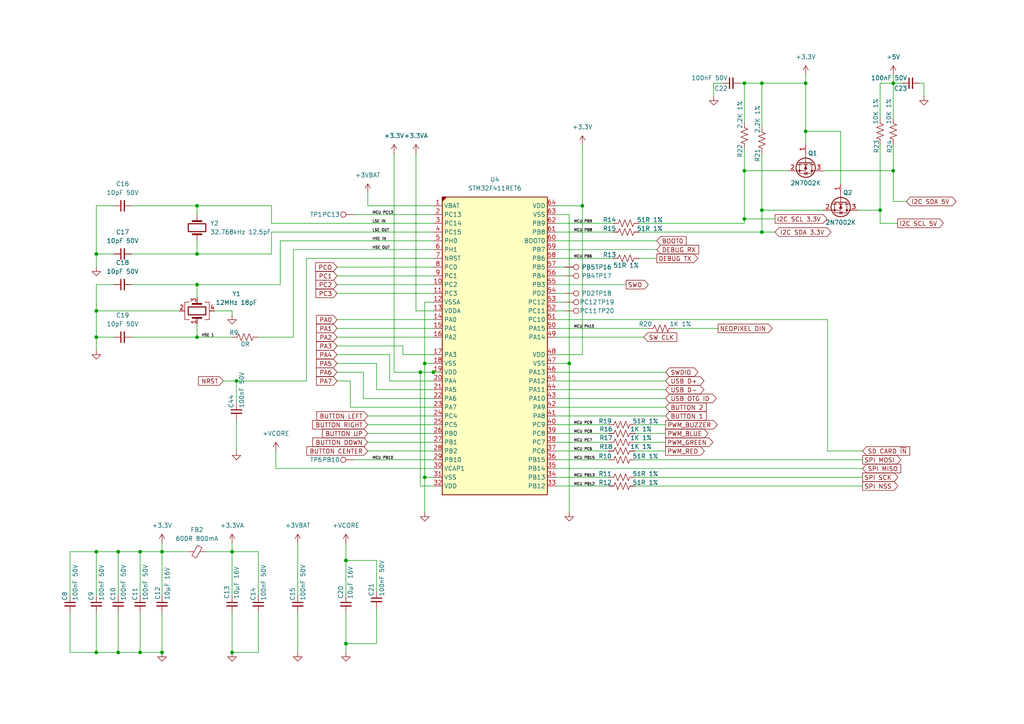
<source format=kicad_sch>
(kicad_sch (version 20231120) (generator "eeschema") (generator_version "8.0")
  (paper "A4")
  (junction (at 27.94 160.02))
  (junction (at 168.91 59.69))
  (junction (at 220.98 67.31))
  (junction (at 57.15 97.79))
  (junction (at 40.64 160.02))
  (junction (at 255.27 60.96))
  (junction (at 67.31 189.23))
  (junction (at 67.31 160.02))
  (junction (at 34.29 160.02))
  (junction (at 100.33 186.69))
  (junction (at 46.99 189.23))
  (junction (at 57.15 82.55))
  (junction (at 215.9 24.13))
  (junction (at 40.64 189.23))
  (junction (at 123.19 105.41))
  (junction (at 220.98 24.13))
  (junction (at 123.19 138.43))
  (junction (at 34.29 189.23))
  (junction (at 233.68 38.1))
  (junction (at 100.33 162.56))
  (junction (at 57.15 59.69))
  (junction (at 165.1 105.41))
  (junction (at 220.98 60.96))
  (junction (at 27.94 189.23))
  (junction (at 125.73 107.95))
  (junction (at 27.94 97.79))
  (junction (at 215.9 49.53))
  (junction (at 121.92 107.95))
  (junction (at 68.58 110.49))
  (junction (at 27.94 73.66))
  (junction (at 57.15 73.66))
  (junction (at 259.08 49.53))
  (junction (at 27.94 90.17))
  (junction (at 259.08 24.13))
  (junction (at 233.68 24.13))
  (junction (at 46.99 160.02))
  (junction (at 215.9 63.5))
  (wire (pts (xy 240.03 130.81) (xy 240.03 92.71)))
  (wire (pts (xy 106.68 59.69) (xy 106.68 55.88)))
  (wire (pts (xy 209.55 24.13) (xy 207.01 24.13)))
  (wire (pts (xy 33.02 82.55) (xy 27.94 82.55)))
  (wire (pts (xy 113.03 102.87) (xy 97.79 102.87)))
  (wire (pts (xy 161.29 115.57) (xy 193.04 115.57)))
  (wire (pts (xy 165.1 105.41) (xy 165.1 148.59)))
  (wire (pts (xy 46.99 160.02) (xy 54.61 160.02)))
  (wire (pts (xy 97.79 97.79) (xy 125.73 97.79)))
  (wire (pts (xy 38.1 82.55) (xy 57.15 82.55)))
  (wire (pts (xy 125.73 107.95) (xy 127 107.95)))
  (wire (pts (xy 97.79 82.55) (xy 125.73 82.55)))
  (wire (pts (xy 125.73 138.43) (xy 123.19 138.43)))
  (wire (pts (xy 248.92 60.96) (xy 255.27 60.96)))
  (wire (pts (xy 220.98 44.45) (xy 220.98 60.96)))
  (wire (pts (xy 27.94 160.02) (xy 34.29 160.02)))
  (wire (pts (xy 185.42 74.93) (xy 190.5 74.93)))
  (wire (pts (xy 161.29 123.19) (xy 176.53 123.19)))
  (wire (pts (xy 161.29 72.39) (xy 190.5 72.39)))
  (wire (pts (xy 123.19 105.41) (xy 125.73 105.41)))
  (wire (pts (xy 114.3 44.45) (xy 114.3 107.95)))
  (wire (pts (xy 161.29 82.55) (xy 181.61 82.55)))
  (wire (pts (xy 215.9 63.5) (xy 224.79 63.5)))
  (wire (pts (xy 125.73 102.87) (xy 116.84 102.87)))
  (wire (pts (xy 27.94 160.02) (xy 27.94 172.72)))
  (wire (pts (xy 97.79 92.71) (xy 125.73 92.71)))
  (wire (pts (xy 161.29 67.31) (xy 177.8 67.31)))
  (wire (pts (xy 67.31 91.44) (xy 67.31 90.17)))
  (wire (pts (xy 106.68 123.19) (xy 125.73 123.19)))
  (wire (pts (xy 57.15 82.55) (xy 57.15 86.36)))
  (wire (pts (xy 259.08 58.42) (xy 262.89 58.42)))
  (wire (pts (xy 106.68 120.65) (xy 125.73 120.65)))
  (wire (pts (xy 86.36 157.48) (xy 86.36 172.72)))
  (wire (pts (xy 97.79 85.09) (xy 125.73 85.09)))
  (wire (pts (xy 163.83 90.17) (xy 161.29 90.17)))
  (wire (pts (xy 255.27 34.29) (xy 255.27 24.13)))
  (wire (pts (xy 34.29 189.23) (xy 40.64 189.23)))
  (wire (pts (xy 74.93 160.02) (xy 67.31 160.02)))
  (wire (pts (xy 85.09 72.39) (xy 125.73 72.39)))
  (wire (pts (xy 243.84 38.1) (xy 233.68 38.1)))
  (wire (pts (xy 27.94 177.8) (xy 27.94 189.23)))
  (wire (pts (xy 161.29 105.41) (xy 165.1 105.41)))
  (wire (pts (xy 100.33 162.56) (xy 109.22 162.56)))
  (wire (pts (xy 207.01 24.13) (xy 207.01 27.94)))
  (wire (pts (xy 233.68 21.59) (xy 233.68 24.13)))
  (wire (pts (xy 80.01 135.89) (xy 80.01 130.81)))
  (wire (pts (xy 243.84 53.34) (xy 243.84 38.1)))
  (wire (pts (xy 123.19 138.43) (xy 123.19 148.59)))
  (wire (pts (xy 259.08 49.53) (xy 259.08 58.42)))
  (wire (pts (xy 195.58 95.25) (xy 208.28 95.25)))
  (wire (pts (xy 125.73 69.85) (xy 81.28 69.85)))
  (wire (pts (xy 97.79 77.47) (xy 125.73 77.47)))
  (wire (pts (xy 123.19 105.41) (xy 123.19 138.43)))
  (wire (pts (xy 125.73 67.31) (xy 78.74 67.31)))
  (wire (pts (xy 161.29 59.69) (xy 168.91 59.69)))
  (wire (pts (xy 220.98 67.31) (xy 224.79 67.31)))
  (wire (pts (xy 161.29 110.49) (xy 193.04 110.49)))
  (wire (pts (xy 88.9 110.49) (xy 88.9 74.93)))
  (wire (pts (xy 27.94 90.17) (xy 52.07 90.17)))
  (wire (pts (xy 161.29 62.23) (xy 165.1 62.23)))
  (wire (pts (xy 27.94 73.66) (xy 27.94 77.47)))
  (wire (pts (xy 255.27 60.96) (xy 255.27 64.77)))
  (wire (pts (xy 255.27 24.13) (xy 259.08 24.13)))
  (wire (pts (xy 33.02 59.69) (xy 27.94 59.69)))
  (wire (pts (xy 27.94 73.66) (xy 33.02 73.66)))
  (wire (pts (xy 106.68 128.27) (xy 125.73 128.27)))
  (wire (pts (xy 100.33 186.69) (xy 100.33 189.23)))
  (wire (pts (xy 81.28 69.85) (xy 81.28 82.55)))
  (wire (pts (xy 259.08 21.59) (xy 259.08 24.13)))
  (wire (pts (xy 113.03 110.49) (xy 113.03 102.87)))
  (wire (pts (xy 161.29 64.77) (xy 177.8 64.77)))
  (wire (pts (xy 20.32 160.02) (xy 27.94 160.02)))
  (wire (pts (xy 125.73 110.49) (xy 113.03 110.49)))
  (wire (pts (xy 184.15 140.97) (xy 250.19 140.97)))
  (wire (pts (xy 67.31 160.02) (xy 67.31 172.72)))
  (wire (pts (xy 161.29 140.97) (xy 176.53 140.97)))
  (wire (pts (xy 81.28 82.55) (xy 57.15 82.55)))
  (wire (pts (xy 163.83 80.01) (xy 161.29 80.01)))
  (wire (pts (xy 184.15 123.19) (xy 193.04 123.19)))
  (wire (pts (xy 121.92 107.95) (xy 125.73 107.95)))
  (wire (pts (xy 220.98 60.96) (xy 220.98 67.31)))
  (wire (pts (xy 109.22 171.45) (xy 109.22 162.56)))
  (wire (pts (xy 161.29 97.79) (xy 186.69 97.79)))
  (wire (pts (xy 238.76 60.96) (xy 220.98 60.96)))
  (wire (pts (xy 163.83 87.63) (xy 161.29 87.63)))
  (wire (pts (xy 184.15 138.43) (xy 250.19 138.43)))
  (wire (pts (xy 27.94 97.79) (xy 33.02 97.79)))
  (wire (pts (xy 215.9 63.5) (xy 215.9 64.77)))
  (wire (pts (xy 85.09 97.79) (xy 85.09 72.39)))
  (wire (pts (xy 161.29 107.95) (xy 193.04 107.95)))
  (wire (pts (xy 74.93 189.23) (xy 67.31 189.23)))
  (wire (pts (xy 67.31 177.8) (xy 67.31 189.23)))
  (wire (pts (xy 161.29 125.73) (xy 176.53 125.73)))
  (wire (pts (xy 123.19 87.63) (xy 123.19 105.41)))
  (wire (pts (xy 57.15 97.79) (xy 67.31 97.79)))
  (wire (pts (xy 105.41 115.57) (xy 105.41 107.95)))
  (wire (pts (xy 78.74 64.77) (xy 78.74 59.69)))
  (wire (pts (xy 109.22 176.53) (xy 109.22 186.69)))
  (wire (pts (xy 34.29 160.02) (xy 34.29 172.72)))
  (wire (pts (xy 20.32 189.23) (xy 27.94 189.23)))
  (wire (pts (xy 106.68 125.73) (xy 125.73 125.73)))
  (wire (pts (xy 102.87 62.23) (xy 125.73 62.23)))
  (wire (pts (xy 255.27 41.91) (xy 255.27 60.96)))
  (wire (pts (xy 101.6 118.11) (xy 101.6 110.49)))
  (wire (pts (xy 176.53 133.35) (xy 161.29 133.35)))
  (wire (pts (xy 215.9 43.18) (xy 215.9 49.53)))
  (wire (pts (xy 215.9 35.56) (xy 215.9 24.13)))
  (wire (pts (xy 120.65 90.17) (xy 120.65 44.45)))
  (wire (pts (xy 46.99 160.02) (xy 46.99 172.72)))
  (wire (pts (xy 259.08 24.13) (xy 261.62 24.13)))
  (wire (pts (xy 125.73 90.17) (xy 120.65 90.17)))
  (wire (pts (xy 97.79 95.25) (xy 125.73 95.25)))
  (wire (pts (xy 267.97 24.13) (xy 267.97 27.94)))
  (wire (pts (xy 184.15 125.73) (xy 193.04 125.73)))
  (wire (pts (xy 78.74 67.31) (xy 78.74 73.66)))
  (wire (pts (xy 161.29 74.93) (xy 177.8 74.93)))
  (wire (pts (xy 88.9 74.93) (xy 125.73 74.93)))
  (wire (pts (xy 74.93 177.8) (xy 74.93 189.23)))
  (wire (pts (xy 38.1 73.66) (xy 57.15 73.66)))
  (wire (pts (xy 40.64 160.02) (xy 40.64 172.72)))
  (wire (pts (xy 57.15 59.69) (xy 57.15 62.23)))
  (wire (pts (xy 97.79 107.95) (xy 105.41 107.95)))
  (wire (pts (xy 125.73 59.69) (xy 106.68 59.69)))
  (wire (pts (xy 161.29 92.71) (xy 240.03 92.71)))
  (wire (pts (xy 215.9 64.77) (xy 185.42 64.77)))
  (wire (pts (xy 74.93 97.79) (xy 85.09 97.79)))
  (wire (pts (xy 266.7 24.13) (xy 267.97 24.13)))
  (wire (pts (xy 20.32 160.02) (xy 20.32 172.72)))
  (wire (pts (xy 259.08 41.91) (xy 259.08 49.53)))
  (wire (pts (xy 101.6 110.49) (xy 97.79 110.49)))
  (wire (pts (xy 161.29 69.85) (xy 190.5 69.85)))
  (wire (pts (xy 46.99 177.8) (xy 46.99 189.23)))
  (wire (pts (xy 220.98 24.13) (xy 233.68 24.13)))
  (wire (pts (xy 185.42 67.31) (xy 220.98 67.31)))
  (wire (pts (xy 38.1 59.69) (xy 57.15 59.69)))
  (wire (pts (xy 68.58 121.92) (xy 68.58 130.81)))
  (wire (pts (xy 116.84 102.87) (xy 116.84 100.33)))
  (wire (pts (xy 67.31 157.48) (xy 67.31 160.02)))
  (wire (pts (xy 62.23 90.17) (xy 67.31 90.17)))
  (wire (pts (xy 161.29 102.87) (xy 168.91 102.87)))
  (wire (pts (xy 125.73 118.11) (xy 101.6 118.11)))
  (wire (pts (xy 106.68 130.81) (xy 125.73 130.81)))
  (wire (pts (xy 27.94 189.23) (xy 34.29 189.23)))
  (wire (pts (xy 168.91 59.69) (xy 168.91 41.91)))
  (wire (pts (xy 238.76 49.53) (xy 259.08 49.53)))
  (wire (pts (xy 121.92 107.95) (xy 121.92 140.97)))
  (wire (pts (xy 161.29 120.65) (xy 193.04 120.65)))
  (wire (pts (xy 59.69 160.02) (xy 67.31 160.02)))
  (wire (pts (xy 116.84 100.33) (xy 97.79 100.33)))
  (wire (pts (xy 40.64 160.02) (xy 46.99 160.02)))
  (wire (pts (xy 125.73 87.63) (xy 123.19 87.63)))
  (wire (pts (xy 68.58 110.49) (xy 88.9 110.49)))
  (wire (pts (xy 161.29 118.11) (xy 193.04 118.11)))
  (wire (pts (xy 46.99 189.23) (xy 40.64 189.23)))
  (wire (pts (xy 161.29 130.81) (xy 176.53 130.81)))
  (wire (pts (xy 27.94 59.69) (xy 27.94 73.66)))
  (wire (pts (xy 161.29 138.43) (xy 176.53 138.43)))
  (wire (pts (xy 27.94 97.79) (xy 27.94 101.6)))
  (wire (pts (xy 20.32 177.8) (xy 20.32 189.23)))
  (wire (pts (xy 100.33 157.48) (xy 100.33 162.56)))
  (wire (pts (xy 215.9 24.13) (xy 220.98 24.13)))
  (wire (pts (xy 27.94 82.55) (xy 27.94 90.17)))
  (wire (pts (xy 80.01 135.89) (xy 125.73 135.89)))
  (wire (pts (xy 125.73 64.77) (xy 78.74 64.77)))
  (wire (pts (xy 125.73 115.57) (xy 105.41 115.57)))
  (wire (pts (xy 74.93 172.72) (xy 74.93 160.02)))
  (wire (pts (xy 125.73 140.97) (xy 121.92 140.97)))
  (wire (pts (xy 100.33 162.56) (xy 100.33 172.72)))
  (wire (pts (xy 64.77 110.49) (xy 68.58 110.49)))
  (wire (pts (xy 161.29 113.03) (xy 193.04 113.03)))
  (wire (pts (xy 163.83 85.09) (xy 161.29 85.09)))
  (wire (pts (xy 109.22 186.69) (xy 100.33 186.69)))
  (wire (pts (xy 233.68 38.1) (xy 233.68 41.91)))
  (wire (pts (xy 102.87 133.35) (xy 125.73 133.35)))
  (wire (pts (xy 215.9 49.53) (xy 228.6 49.53)))
  (wire (pts (xy 214.63 24.13) (xy 215.9 24.13)))
  (wire (pts (xy 215.9 49.53) (xy 215.9 63.5)))
  (wire (pts (xy 184.15 130.81) (xy 193.04 130.81)))
  (wire (pts (xy 34.29 160.02) (xy 40.64 160.02)))
  (wire (pts (xy 34.29 177.8) (xy 34.29 189.23)))
  (wire (pts (xy 184.15 128.27) (xy 193.04 128.27)))
  (wire (pts (xy 78.74 73.66) (xy 57.15 73.66)))
  (wire (pts (xy 161.29 135.89) (xy 250.19 135.89)))
  (wire (pts (xy 161.29 95.25) (xy 187.96 95.25)))
  (wire (pts (xy 109.22 113.03) (xy 109.22 105.41)))
  (wire (pts (xy 168.91 102.87) (xy 168.91 59.69)))
  (wire (pts (xy 163.83 77.47) (xy 161.29 77.47)))
  (wire (pts (xy 220.98 24.13) (xy 220.98 36.83)))
  (wire (pts (xy 259.08 24.13) (xy 259.08 34.29)))
  (wire (pts (xy 114.3 107.95) (xy 121.92 107.95)))
  (wire (pts (xy 165.1 62.23) (xy 165.1 105.41)))
  (wire (pts (xy 255.27 64.77) (xy 260.35 64.77)))
  (wire (pts (xy 97.79 80.01) (xy 125.73 80.01)))
  (wire (pts (xy 184.15 133.35) (xy 250.19 133.35)))
  (wire (pts (xy 86.36 177.8) (xy 86.36 189.23)))
  (wire (pts (xy 240.03 130.81) (xy 250.19 130.81)))
  (wire (pts (xy 46.99 157.48) (xy 46.99 160.02)))
  (wire (pts (xy 233.68 24.13) (xy 233.68 38.1)))
  (wire (pts (xy 78.74 59.69) (xy 57.15 59.69)))
  (wire (pts (xy 100.33 177.8) (xy 100.33 186.69)))
  (wire (pts (xy 68.58 110.49) (xy 68.58 116.84)))
  (wire (pts (xy 57.15 97.79) (xy 57.15 93.98)))
  (wire (pts (xy 97.79 105.41) (xy 109.22 105.41)))
  (wire (pts (xy 27.94 90.17) (xy 27.94 97.79)))
  (wire (pts (xy 57.15 73.66) (xy 57.15 69.85)))
  (wire (pts (xy 125.73 113.03) (xy 109.22 113.03)))
  (wire (pts (xy 38.1 97.79) (xy 57.15 97.79)))
  (wire (pts (xy 40.64 177.8) (xy 40.64 189.23)))
  (wire (pts (xy 161.29 128.27) (xy 176.53 128.27)))
  (label "HSE OUT" (at 107.95 72.39 0) (effects (font (size 0.762 0.762))))
  (label "MCU PB6" (at 166.37 74.93 0) (effects (font (size 0.762 0.762))))
  (label "HSE 1" (at 58.42 97.79 0) (effects (font (size 0.762 0.762))))
  (label "MCU PC8" (at 166.37 125.73 0) (effects (font (size 0.762 0.762))))
  (label "MCU PB13" (at 166.37 138.43 0) (effects (font (size 0.762 0.762))))
  (label "MCU PB12" (at 166.37 140.97 0) (effects (font (size 0.762 0.762))))
  (label "MCU PC9" (at 166.37 123.19 0) (effects (font (size 0.762 0.762))))
  (label "MCU PB8" (at 166.37 67.31 0) (effects (font (size 0.762 0.762))))
  (label "MCU PC6" (at 166.37 130.81 0) (effects (font (size 0.762 0.762))))
  (label "HSE IN" (at 107.95 69.85 0) (effects (font (size 0.762 0.762))))
  (label "LSE OUT" (at 107.95 67.31 0) (effects (font (size 0.762 0.762))))
  (label "MCU PB9" (at 166.37 64.77 0) (effects (font (size 0.762 0.762))))
  (label "LSE IN" (at 107.95 64.77 0) (effects (font (size 0.762 0.762))))
  (label "MCU PA15" (at 166.37 95.25 0) (effects (font (size 0.762 0.762))))
  (label "MCU PB15" (at 166.37 133.35 0) (effects (font (size 0.762 0.762))))
  (label "MCU PB10" (at 107.95 133.35 0) (effects (font (size 0.762 0.762))))
  (label "MCU PC13" (at 107.95 62.23 0) (effects (font (size 0.762 0.762))))
  (label "MCU PC7" (at 166.37 128.27 0) (effects (font (size 0.762 0.762))))
  (global_label "BOOT0" (shape input) (at 190.5 69.85 0) (property "Intersheetrefs" "${INTERSHEET_REFS}" (effects (hide yes))))
  (global_label "BUTTON 1" (shape input) (at 193.04 120.65 0) (property "Intersheetrefs" "${INTERSHEET_REFS}" (effects (hide yes))))
  (global_label "PWM_GREEN" (shape output) (at 193.04 128.27 0) (property "Intersheetrefs" "${INTERSHEET_REFS}" (effects (hide yes))))
  (global_label "PWM_BUZZER" (shape output) (at 193.04 123.19 0) (property "Intersheetrefs" "${INTERSHEET_REFS}" (effects (hide yes))))
  (global_label "SWDIO" (shape bidirectional) (at 193.04 107.95 0) (property "Intersheetrefs" "${INTERSHEET_REFS}" (effects (hide yes))))
  (global_label "PA3" (shape input) (at 97.79 100.33 180) (property "Intersheetrefs" "${INTERSHEET_REFS}" (effects (hide yes))))
  (global_label "SPI NSS" (shape output) (at 250.19 140.97 0) (property "Intersheetrefs" "${INTERSHEET_REFS}" (effects (hide yes))))
  (global_label "SPI SCK" (shape output) (at 250.19 138.43 0) (property "Intersheetrefs" "${INTERSHEET_REFS}" (effects (hide yes))))
  (global_label "USB OTG ID" (shape bidirectional) (at 193.04 115.57 0) (property "Intersheetrefs" "${INTERSHEET_REFS}" (effects (hide yes))))
  (global_label "USB D+" (shape bidirectional) (at 193.04 110.49 0) (property "Intersheetrefs" "${INTERSHEET_REFS}" (effects (hide yes))))
  (global_label "PC3" (shape input) (at 97.79 85.09 180) (property "Intersheetrefs" "${INTERSHEET_REFS}" (effects (hide yes))))
  (global_label "PA5" (shape input) (at 97.79 105.41 180) (property "Intersheetrefs" "${INTERSHEET_REFS}" (effects (hide yes))))
  (global_label "PA7" (shape input) (at 97.79 110.49 180) (property "Intersheetrefs" "${INTERSHEET_REFS}" (effects (hide yes))))
  (global_label "PA4" (shape input) (at 97.79 102.87 180) (property "Intersheetrefs" "${INTERSHEET_REFS}" (effects (hide yes))))
  (global_label "SW CLK" (shape input) (at 186.69 97.79 0) (property "Intersheetrefs" "${INTERSHEET_REFS}" (effects (hide yes))))
  (global_label "SD CARD ~{IN}" (shape input) (at 250.19 130.81 0) (property "Intersheetrefs" "${INTERSHEET_REFS}" (effects (hide yes))))
  (global_label "DEBUG TX" (shape output) (at 190.5 74.93 0) (property "Intersheetrefs" "${INTERSHEET_REFS}" (effects (hide yes))))
  (global_label "PA2" (shape input) (at 97.79 97.79 180) (property "Intersheetrefs" "${INTERSHEET_REFS}" (effects (hide yes))))
  (global_label "BUTTON LEFT" (shape input) (at 106.68 120.65 180) (property "Intersheetrefs" "${INTERSHEET_REFS}" (effects (hide yes))))
  (global_label "PWM_RED" (shape output) (at 193.04 130.81 0) (property "Intersheetrefs" "${INTERSHEET_REFS}" (effects (hide yes))))
  (global_label "I2C SDA 3.3V" (shape bidirectional) (at 224.79 67.31 0) (property "Intersheetrefs" "${INTERSHEET_REFS}" (effects (hide yes))))
  (global_label "BUTTON RIGHT" (shape input) (at 106.68 123.19 180) (property "Intersheetrefs" "${INTERSHEET_REFS}" (effects (hide yes))))
  (global_label "BUTTON UP" (shape input) (at 106.68 125.73 180) (property "Intersheetrefs" "${INTERSHEET_REFS}" (effects (hide yes))))
  (global_label "PWM_BLUE" (shape output) (at 193.04 125.73 0) (property "Intersheetrefs" "${INTERSHEET_REFS}" (effects (hide yes))))
  (global_label "SPI MOSI" (shape output) (at 250.19 133.35 0) (property "Intersheetrefs" "${INTERSHEET_REFS}" (effects (hide yes))))
  (global_label "NRST" (shape input) (at 64.77 110.49 180) (property "Intersheetrefs" "${INTERSHEET_REFS}" (effects (hide yes))))
  (global_label "DEBUG RX" (shape input) (at 190.5 72.39 0) (property "Intersheetrefs" "${INTERSHEET_REFS}" (effects (hide yes))))
  (global_label "BUTTON CENTER" (shape input) (at 106.68 130.81 180) (property "Intersheetrefs" "${INTERSHEET_REFS}" (effects (hide yes))))
  (global_label "I2C SCL 5V" (shape output) (at 260.35 64.77 0) (property "Intersheetrefs" "${INTERSHEET_REFS}" (effects (hide yes))))
  (global_label "PCO" (shape input) (at 97.79 77.47 180) (property "Intersheetrefs" "${INTERSHEET_REFS}" (effects (hide yes))))
  (global_label "I2C SDA 5V" (shape bidirectional) (at 262.89 58.42 0) (property "Intersheetrefs" "${INTERSHEET_REFS}" (effects (hide yes))))
  (global_label "PA0" (shape input) (at 97.79 92.71 180) (property "Intersheetrefs" "${INTERSHEET_REFS}" (effects (hide yes))))
  (global_label "BUTTON DOWN" (shape input) (at 106.68 128.27 180) (property "Intersheetrefs" "${INTERSHEET_REFS}" (effects (hide yes))))
  (global_label "PA1" (shape input) (at 97.79 95.25 180) (property "Intersheetrefs" "${INTERSHEET_REFS}" (effects (hide yes))))
  (global_label "PC1" (shape input) (at 97.79 80.01 180) (property "Intersheetrefs" "${INTERSHEET_REFS}" (effects (hide yes))))
  (global_label "I2C SCL 3.3V" (shape output) (at 224.79 63.5 0) (property "Intersheetrefs" "${INTERSHEET_REFS}" (effects (hide yes))))
  (global_label "BUTTON 2" (shape input) (at 193.04 118.11 0) (property "Intersheetrefs" "${INTERSHEET_REFS}" (effects (hide yes))))
  (global_label "SPI MISO" (shape input) (at 250.19 135.89 0) (property "Intersheetrefs" "${INTERSHEET_REFS}" (effects (hide yes))))
  (global_label "SWO" (shape output) (at 181.61 82.55 0) (property "Intersheetrefs" "${INTERSHEET_REFS}" (effects (hide yes))))
  (global_label "PA6" (shape input) (at 97.79 107.95 180) (property "Intersheetrefs" "${INTERSHEET_REFS}" (effects (hide yes))))
  (global_label "NEOPIXEL DIN" (shape output) (at 208.28 95.25 0) (property "Intersheetrefs" "${INTERSHEET_REFS}" (effects (hide yes))))
  (global_label "PC2" (shape input) (at 97.79 82.55 180) (property "Intersheetrefs" "${INTERSHEET_REFS}" (effects (hide yes))))
  (global_label "USB D-" (shape bidirectional) (at 193.04 113.03 0) (property "Intersheetrefs" "${INTERSHEET_REFS}" (effects (hide yes))))
  (symbol (lib_id "EMBARCADOS_-_CURSO_PCB[1]:FB 0603 600R 800mA WÜRTH ELEKTRONIK  742792651") (at 57.15 160.02 90) (unit 1)
    (property "Reference" "FB2" (at 57.1119 153.67 90))
    (property "Value" "600R 800mA" (at 57.1119 156.21 90))
    (property "Footprint" "EMBARCADOS - CURSO PCB:L_0603_1608Metric" (effects (hide yes)))
    (property "Datasheet" "https://www.we-online.com/components/products/datasheet/742792651.pdf" (effects (hide yes)))
    (property "Description" "Ferrite bead, small symbol" (effects (hide yes)))
    (property "MPN" "742792651 " (effects (hide yes)))
    (property "Manufacturer" "WÜRTH ELEKTRONIK " (effects (hide yes)))
    (property "3D Model" "KiCad" (effects (hide yes)))
    (property "Notes" "-" (effects (hide yes)))
    (property "LCSC Part # " "C963865 " (effects (hide yes)))
    (property "LCSC MPN " "ACMS160808A1213A " (effects (hide yes)))
    (property "LCSC MANUFACTURER " "HYHONGYEX " (effects (hide yes)))
  )
  (symbol (lib_id "EMBARCADOS_-_CURSO_PCB[1]:POWER GND") (at 165.1 148.59 0) (unit 1)
    (property "Reference" "#PWR034" (effects (hide yes)))
    (property "Value" "GND" (effects (hide yes)))
    (property "Description" "Power symbol creates a global label with name \"GND\" , ground" (effects (hide yes)))
  )
  (symbol (lib_id "EMBARCADOS_-_CURSO_PCB[1]:+5V") (at 80.01 130.81 0) (unit 1)
    (property "Reference" "#PWR043" (effects (hide yes)))
    (property "Value" "+VCORE" (at 80.01 125.73 0))
    (property "Description" "Power symbol creates a global label with name \"+5V\"" (effects (hide yes)))
  )
  (symbol (lib_id "EMBARCADOS_-_CURSO_PCB[1]:RES 0603 1K 1% VISHAY CRCW06031K00FK ") (at 191.77 95.25 90) (unit 1)
    (property "Reference" "R20" (at 187.198 93.98 90))
    (property "Value" "1K 1%" (at 197.358 93.98 90))
    (property "Footprint" "EMBARCADOS - CURSO PCB:R_0603_1608Metric" (effects (hide yes)))
    (property "Datasheet" "https://www.we-online.com/components/products/datasheet/61300411821.pdf" (effects (hide yes)))
    (property "Description" "RES 0603 1K 1% VISHAY" (effects (hide yes)))
    (property "MPN" "CRCW06031K00FK " (effects (hide yes)))
    (property "Manufacturer" "VISHAY " (effects (hide yes)))
    (property "3D Model" "KiCad" (effects (hide yes)))
    (property "Notes" "-" (effects (hide yes)))
    (property "LCSC Part # " "C21190 " (effects (hide yes)))
    (property "LCSC MPN " "0603WAF1001T5E " (effects (hide yes)))
    (property "LCSC MANUFACTURER " "UNI-ROYAL " (effects (hide yes)))
  )
  (symbol (lib_id "EMBARCADOS_-_CURSO_PCB[1]:RES 0603 0R VISHAY CRCW06030000Z0") (at 71.12 97.79 90) (unit 1)
    (property "Reference" "R9" (at 67.818 96.52 90))
    (property "Value" "0R" (at 71.12 99.822 90))
    (property "Footprint" "EMBARCADOS - CURSO PCB:R_0603_1608Metric" (effects (hide yes)))
    (property "Datasheet" "https://www.we-online.com/components/products/datasheet/61300411821.pdf" (effects (hide yes)))
    (property "Description" "RES 0603 0R VISHAY" (effects (hide yes)))
    (property "MPN" "CRCW06030000Z0 " (effects (hide yes)))
    (property "Manufacturer" "VISHAY " (effects (hide yes)))
    (property "3D Model" "KiCad" (effects (hide yes)))
    (property "Notes" "-" (effects (hide yes)))
    (property "LCSC Part # " "C21189 " (effects (hide yes)))
    (property "LCSC MPN " "0603WAF0000T5E " (effects (hide yes)))
    (property "LCSC MANUFACTURER " "UNI-ROYAL " (effects (hide yes)))
  )
  (symbol (lib_id "EMBARCADOS_-_CURSO_PCB[1]:CAP 0603 100nF 50V AVX KGM15BR71H104K ") (at 27.94 175.26 0) (unit 1)
    (property "Reference" "C9" (at 26.416 174.244 90) (effects (justify left)))
    (property "Value" "100nF 50V" (at 29.464 174.244 90) (effects (justify left)))
    (property "Footprint" "EMBARCADOS - CURSO PCB:C_0603_1608Metric" (effects (hide yes)))
    (property "Datasheet" "https://datasheets.kyocera-avx.com/KGM_X7R.pdf" (effects (hide yes)))
    (property "Description" "CAP 0603 100nF 50V AVX" (effects (hide yes)))
    (property "MPN" "KGM15BR71H104K " (effects (hide yes)))
    (property "Manufacturer" "KYOCERA/AVX " (effects (hide yes)))
    (property "3D Model" "KiCad" (effects (hide yes)))
    (property "Notes" "-" (effects (hide yes)))
    (property "LCSC Part # " "C14663 " (effects (hide yes)))
    (property "LCSC MPN " "CC0603KRX7R9BB104 " (effects (hide yes)))
    (property "LCSC MANUFACTURER " "YAGEO " (effects (hide yes)))
  )
  (symbol (lib_id "EMBARCADOS_-_CURSO_PCB[1]:AUX TEST POINT") (at 163.83 77.47 270) (mirror x) (unit 1)
    (property "Reference" "TP16" (at 175.006 77.47 90))
    (property "Value" "PB5" (at 170.688 77.47 90))
    (property "Footprint" "EMBARCADOS - CURSO PCB:TestPoint_Keystone_5000-5004_Miniature" (effects (hide yes)))
    (property "Description" "test point" (effects (hide yes)))
  )
  (symbol (lib_id "EMBARCADOS_-_CURSO_PCB[1]:AUX TEST POINT") (at 163.83 80.01 270) (mirror x) (unit 1)
    (property "Reference" "TP17" (at 175.006 80.01 90))
    (property "Value" "PB4" (at 170.688 80.01 90))
    (property "Footprint" "EMBARCADOS - CURSO PCB:TestPoint_Keystone_5000-5004_Miniature" (effects (hide yes)))
    (property "Description" "test point" (effects (hide yes)))
  )
  (symbol (lib_id "EMBARCADOS_-_CURSO_PCB[1]:POWER GND") (at 67.31 189.23 0) (unit 1)
    (property "Reference" "#PWR038" (effects (hide yes)))
    (property "Value" "GND" (effects (hide yes)))
    (property "Description" "Power symbol creates a global label with name \"GND\" , ground" (effects (hide yes)))
  )
  (symbol (lib_id "EMBARCADOS_-_CURSO_PCB[1]:CAP 0603 10pF 50V AVX KGM15ACG1H100G") (at 35.56 97.79 90) (unit 1)
    (property "Reference" "C19" (at 35.5663 91.44 90))
    (property "Value" "10pF 50V" (at 35.5663 93.98 90))
    (property "Footprint" "EMBARCADOS - CURSO PCB:C_0603_1608Metric" (effects (hide yes)))
    (property "Datasheet" "https://datasheets.kyocera-avx.com/C0GNP0-KGM.pdf" (effects (hide yes)))
    (property "Description" "CAP 0603 10pF 50V AVX" (effects (hide yes)))
    (property "MPN" "KGM15ACG1H100G " (effects (hide yes)))
    (property "Manufacturer" "KYOCERA/AVX " (effects (hide yes)))
    (property "3D Model" "KiCad" (effects (hide yes)))
    (property "Notes" "-" (effects (hide yes)))
    (property "LCSC Part # " "C1634 " (effects (hide yes)))
    (property "LCSC MPN " "CL10C100JB8NNNC " (effects (hide yes)))
    (property "LCSC MANUFACTURER " "SAMSUNG " (effects (hide yes)))
  )
  (symbol (lib_id "EMBARCADOS_-_CURSO_PCB[1]:CAP 0603 10pF 50V AVX KGM15ACG1H100G") (at 35.56 82.55 90) (unit 1)
    (property "Reference" "C18" (at 35.5663 76.2 90))
    (property "Value" "10pF 50V" (at 35.5663 78.74 90))
    (property "Footprint" "EMBARCADOS - CURSO PCB:C_0603_1608Metric" (effects (hide yes)))
    (property "Datasheet" "https://datasheets.kyocera-avx.com/C0GNP0-KGM.pdf" (effects (hide yes)))
    (property "Description" "CAP 0603 10pF 50V AVX" (effects (hide yes)))
    (property "MPN" "KGM15ACG1H100G " (effects (hide yes)))
    (property "Manufacturer" "KYOCERA/AVX " (effects (hide yes)))
    (property "3D Model" "KiCad" (effects (hide yes)))
    (property "Notes" "-" (effects (hide yes)))
    (property "LCSC Part # " "C1634 " (effects (hide yes)))
    (property "LCSC MPN " "CL10C100JB8NNNC " (effects (hide yes)))
    (property "LCSC MANUFACTURER " "SAMSUNG " (effects (hide yes)))
  )
  (symbol (lib_id "EMBARCADOS_-_CURSO_PCB[1]:CAP 0603 100nF 50V AVX KGM15BR71H104K ") (at 20.32 175.26 0) (unit 1)
    (property "Reference" "C8" (at 18.796 174.244 90) (effects (justify left)))
    (property "Value" "100nF 50V" (at 21.844 174.244 90) (effects (justify left)))
    (property "Footprint" "EMBARCADOS - CURSO PCB:C_0603_1608Metric" (effects (hide yes)))
    (property "Datasheet" "https://datasheets.kyocera-avx.com/KGM_X7R.pdf" (effects (hide yes)))
    (property "Description" "CAP 0603 100nF 50V AVX" (effects (hide yes)))
    (property "MPN" "KGM15BR71H104K " (effects (hide yes)))
    (property "Manufacturer" "KYOCERA/AVX " (effects (hide yes)))
    (property "3D Model" "KiCad" (effects (hide yes)))
    (property "Notes" "-" (effects (hide yes)))
    (property "LCSC Part # " "C14663 " (effects (hide yes)))
    (property "LCSC MPN " "CC0603KRX7R9BB104 " (effects (hide yes)))
    (property "LCSC MANUFACTURER " "YAGEO " (effects (hide yes)))
  )
  (symbol (lib_id "EMBARCADOS_-_CURSO_PCB[1]:CAP 0805 10uF 16V AVX KGM21AR71C106K") (at 67.31 175.26 0) (mirror y) (unit 1)
    (property "Reference" "C13" (at 65.786 173.736 90) (effects (justify left)))
    (property "Value" "10µF 16V" (at 68.58 173.736 90) (effects (justify left)))
    (property "Footprint" "EMBARCADOS - CURSO PCB:C_0805_2012Metric" (effects (hide yes)))
    (property "Datasheet" "https://datasheets.kyocera-avx.com/KGM_X7R.pdf" (effects (hide yes)))
    (property "Description" "CAP 0805 10uF 16V AVX" (effects (hide yes)))
    (property "MPN" "KGM21AR71C106K " (effects (hide yes)))
    (property "Manufacturer" "KYOCERA/AVX " (effects (hide yes)))
    (property "3D Model" "KiCad" (effects (hide yes)))
    (property "Notes" "-" (effects (hide yes)))
    (property "LCSC Part # " "C15850 " (effects (hide yes)))
    (property "LCSC MPN " "CL21A106KAYNNNE " (effects (hide yes)))
    (property "LCSC MANUFACTURER " "SAMSUNG " (effects (hide yes)))
  )
  (symbol (lib_id "EMBARCADOS_-_CURSO_PCB[1]:RES 0603 1K 1% VISHAY CRCW06031K00FK ") (at 180.34 125.73 90) (unit 1)
    (property "Reference" "R16" (at 175.768 124.46 90))
    (property "Value" "1K 1%" (at 185.928 124.46 90))
    (property "Footprint" "EMBARCADOS - CURSO PCB:R_0603_1608Metric" (effects (hide yes)))
    (property "Datasheet" "https://www.we-online.com/components/products/datasheet/61300411821.pdf" (effects (hide yes)))
    (property "Description" "RES 0603 1K 1% VISHAY" (effects (hide yes)))
    (property "MPN" "CRCW06031K00FK " (effects (hide yes)))
    (property "Manufacturer" "VISHAY " (effects (hide yes)))
    (property "3D Model" "KiCad" (effects (hide yes)))
    (property "Notes" "-" (effects (hide yes)))
    (property "LCSC Part # " "C21190 " (effects (hide yes)))
    (property "LCSC MPN " "0603WAF1001T5E " (effects (hide yes)))
    (property "LCSC MANUFACTURER " "UNI-ROYAL " (effects (hide yes)))
  )
  (symbol (lib_id "EMBARCADOS_-_CURSO_PCB[1]:RES 0603 51R 1% VISHAY CRCW060351R0FK ") (at 181.61 64.77 90) (unit 1)
    (property "Reference" "R14" (at 176.784 63.754 90))
    (property "Value" "51R 1%" (at 188.468 63.754 90))
    (property "Footprint" "EMBARCADOS - CURSO PCB:R_0603_1608Metric" (effects (hide yes)))
    (property "Datasheet" "https://www.we-online.com/components/products/datasheet/61300411821.pdf" (effects (hide yes)))
    (property "Description" "RES 0603 51R 1% VISHAY" (effects (hide yes)))
    (property "MPN" "CRCW060351R0FK " (effects (hide yes)))
    (property "Manufacturer" "VISHAY " (effects (hide yes)))
    (property "3D Model" "KiCad" (effects (hide yes)))
    (property "Notes" "-" (effects (hide yes)))
    (property "LCSC Part # " "C23197 " (effects (hide yes)))
    (property "LCSC MPN " "0603WAF510JT5E " (effects (hide yes)))
    (property "LCSC MANUFACTURER " "UNI-ROYAL " (effects (hide yes)))
  )
  (symbol (lib_id "EMBARCADOS_-_CURSO_PCB[1]:POWER GND") (at 123.19 148.59 0) (unit 1)
    (property "Reference" "#PWR030" (effects (hide yes)))
    (property "Value" "GND" (effects (hide yes)))
    (property "Description" "Power symbol creates a global label with name \"GND\" , ground" (effects (hide yes)))
  )
  (symbol (lib_id "EMBARCADOS_-_CURSO_PCB[1]:CAP 0603 100nF 50V AVX KGM15BR71H104K ") (at 212.09 24.13 90) (unit 1)
    (property "Reference" "C22" (at 211.074 25.654 90) (effects (justify left)))
    (property "Value" "100nF 50V" (at 211.074 22.606 90) (effects (justify left)))
    (property "Footprint" "EMBARCADOS - CURSO PCB:C_0603_1608Metric" (effects (hide yes)))
    (property "Datasheet" "https://datasheets.kyocera-avx.com/KGM_X7R.pdf" (effects (hide yes)))
    (property "Description" "CAP 0603 100nF 50V AVX" (effects (hide yes)))
    (property "MPN" "KGM15BR71H104K " (effects (hide yes)))
    (property "Manufacturer" "KYOCERA/AVX " (effects (hide yes)))
    (property "3D Model" "KiCad" (effects (hide yes)))
    (property "Notes" "-" (effects (hide yes)))
    (property "LCSC Part # " "C14663 " (effects (hide yes)))
    (property "LCSC MPN " "CC0603KRX7R9BB104 " (effects (hide yes)))
    (property "LCSC MANUFACTURER " "YAGEO " (effects (hide yes)))
  )
  (symbol (lib_id "EMBARCADOS_-_CURSO_PCB[1]:CRYSTAL 3.2x2.5 12MHz 18pF 20ppm ABRACON ABM8-12.000MHZ-D2Y-T") (at 57.15 90.17 90) (unit 1)
    (property "Reference" "Y1" (at 68.58 85.2168 90))
    (property "Value" "12MHz 18pF" (at 68.58 87.7568 90))
    (property "Footprint" "EMBARCADOS - CURSO PCB:Crystal_SMD_3225-4Pin_3.2x2.5mm" (effects (hide yes)))
    (property "Datasheet" "https://abracon.com/Resonators/abm8.pdf" (effects (hide yes)))
    (property "Description" "CRYSTAL 3.2x2.5 12MHz 18pF 20ppm ABRACON/FOX" (effects (hide yes)))
    (property "MPN" "ABM8-12.000MHZ-D2Y-T" (effects (hide yes)))
    (property "Manufacturer" "ABRACON/FOX " (effects (hide yes)))
    (property "3D Model" "KiCad" (effects (hide yes)))
    (property "Notes" "-" (effects (hide yes)))
    (property "LCSC Part #" "C6071564 " (effects (hide yes)))
    (property "LCSC MPN " "3225 12M 18PF 20PPM " (effects (hide yes)))
    (property "LCSC MANUFACTURER " "SST " (effects (hide yes)))
  )
  (symbol (lib_id "EMBARCADOS_-_CURSO_PCB[1]:CAP 0805 10uF 16V AVX KGM21AR71C106K") (at 100.33 175.26 0) (mirror y) (unit 1)
    (property "Reference" "C20" (at 98.806 173.736 90) (effects (justify left)))
    (property "Value" "10µF 16V" (at 101.6 173.736 90) (effects (justify left)))
    (property "Footprint" "EMBARCADOS - CURSO PCB:C_0805_2012Metric" (effects (hide yes)))
    (property "Datasheet" "https://datasheets.kyocera-avx.com/KGM_X7R.pdf" (effects (hide yes)))
    (property "Description" "CAP 0805 10uF 16V AVX" (effects (hide yes)))
    (property "MPN" "KGM21AR71C106K " (effects (hide yes)))
    (property "Manufacturer" "KYOCERA/AVX " (effects (hide yes)))
    (property "3D Model" "KiCad" (effects (hide yes)))
    (property "Notes" "-" (effects (hide yes)))
    (property "LCSC Part # " "C15850 " (effects (hide yes)))
    (property "LCSC MPN " "CL21A106KAYNNNE " (effects (hide yes)))
    (property "LCSC MANUFACTURER " "SAMSUNG " (effects (hide yes)))
  )
  (symbol (lib_id "EMBARCADOS_-_CURSO_PCB[1]:RES 0603 51R 1% VISHAY CRCW060351R0FK ") (at 180.34 123.19 90) (unit 1)
    (property "Reference" "R19" (at 175.514 122.174 90))
    (property "Value" "51R 1%" (at 187.198 122.174 90))
    (property "Footprint" "EMBARCADOS - CURSO PCB:R_0603_1608Metric" (effects (hide yes)))
    (property "Datasheet" "https://www.we-online.com/components/products/datasheet/61300411821.pdf" (effects (hide yes)))
    (property "Description" "RES 0603 51R 1% VISHAY" (effects (hide yes)))
    (property "MPN" "CRCW060351R0FK " (effects (hide yes)))
    (property "Manufacturer" "VISHAY " (effects (hide yes)))
    (property "3D Model" "KiCad" (effects (hide yes)))
    (property "Notes" "-" (effects (hide yes)))
    (property "LCSC Part # " "C23197 " (effects (hide yes)))
    (property "LCSC MPN " "0603WAF510JT5E " (effects (hide yes)))
    (property "LCSC MANUFACTURER " "UNI-ROYAL " (effects (hide yes)))
  )
  (symbol (lib_id "EMBARCADOS_-_CURSO_PCB[1]:POWER GND") (at 207.01 27.94 0) (unit 1)
    (property "Reference" "#PWR048" (effects (hide yes)))
    (property "Value" "GND" (effects (hide yes)))
    (property "Description" "Power symbol creates a global label with name \"GND\" , ground" (effects (hide yes)))
  )
  (symbol (lib_id "EMBARCADOS_-_CURSO_PCB[1]:RES 0603 51R 1% VISHAY CRCW060351R0FK ") (at 180.34 140.97 90) (unit 1)
    (property "Reference" "R12" (at 175.514 139.954 90))
    (property "Value" "51R 1%" (at 187.198 139.954 90))
    (property "Footprint" "EMBARCADOS - CURSO PCB:R_0603_1608Metric" (effects (hide yes)))
    (property "Datasheet" "https://www.we-online.com/components/products/datasheet/61300411821.pdf" (effects (hide yes)))
    (property "Description" "RES 0603 51R 1% VISHAY" (effects (hide yes)))
    (property "MPN" "CRCW060351R0FK " (effects (hide yes)))
    (property "Manufacturer" "VISHAY " (effects (hide yes)))
    (property "3D Model" "KiCad" (effects (hide yes)))
    (property "Notes" "-" (effects (hide yes)))
    (property "LCSC Part # " "C23197 " (effects (hide yes)))
    (property "LCSC MPN " "0603WAF510JT5E " (effects (hide yes)))
    (property "LCSC MANUFACTURER " "UNI-ROYAL " (effects (hide yes)))
  )
  (symbol (lib_id "EMBARCADOS_-_CURSO_PCB[1]:RES 0603 1K 1% VISHAY CRCW06031K00FK ") (at 180.34 130.81 90) (unit 1)
    (property "Reference" "R18" (at 175.768 129.54 90))
    (property "Value" "1K 1%" (at 185.928 129.54 90))
    (property "Footprint" "EMBARCADOS - CURSO PCB:R_0603_1608Metric" (effects (hide yes)))
    (property "Datasheet" "https://www.we-online.com/components/products/datasheet/61300411821.pdf" (effects (hide yes)))
    (property "Description" "RES 0603 1K 1% VISHAY" (effects (hide yes)))
    (property "MPN" "CRCW06031K00FK " (effects (hide yes)))
    (property "Manufacturer" "VISHAY " (effects (hide yes)))
    (property "3D Model" "KiCad" (effects (hide yes)))
    (property "Notes" "-" (effects (hide yes)))
    (property "LCSC Part # " "C21190 " (effects (hide yes)))
    (property "LCSC MPN " "0603WAF1001T5E " (effects (hide yes)))
    (property "LCSC MANUFACTURER " "UNI-ROYAL " (effects (hide yes)))
  )
  (symbol (lib_id "EMBARCADOS_-_CURSO_PCB[1]:POWER GND") (at 267.97 27.94 0) (unit 1)
    (property "Reference" "#PWR049" (effects (hide yes)))
    (property "Value" "GND" (effects (hide yes)))
    (property "Description" "Power symbol creates a global label with name \"GND\" , ground" (effects (hide yes)))
  )
  (symbol (lib_id "EMBARCADOS_-_CURSO_PCB[1]:CAP 0603 100nF 50V AVX KGM15BR71H104K ") (at 34.29 175.26 0) (unit 1)
    (property "Reference" "C10" (at 32.766 174.244 90) (effects (justify left)))
    (property "Value" "100nF 50V" (at 35.814 174.244 90) (effects (justify left)))
    (property "Footprint" "EMBARCADOS - CURSO PCB:C_0603_1608Metric" (effects (hide yes)))
    (property "Datasheet" "https://datasheets.kyocera-avx.com/KGM_X7R.pdf" (effects (hide yes)))
    (property "Description" "CAP 0603 100nF 50V AVX" (effects (hide yes)))
    (property "MPN" "KGM15BR71H104K " (effects (hide yes)))
    (property "Manufacturer" "KYOCERA/AVX " (effects (hide yes)))
    (property "3D Model" "KiCad" (effects (hide yes)))
    (property "Notes" "-" (effects (hide yes)))
    (property "LCSC Part # " "C14663 " (effects (hide yes)))
    (property "LCSC MPN " "CC0603KRX7R9BB104 " (effects (hide yes)))
    (property "LCSC MANUFACTURER " "YAGEO " (effects (hide yes)))
  )
  (symbol (lib_id "EMBARCADOS_-_CURSO_PCB[1]:+5V") (at 100.33 157.48 0) (unit 1)
    (property "Reference" "#PWR044" (effects (hide yes)))
    (property "Value" "+VCORE" (at 100.33 152.4 0))
    (property "Description" "Power symbol creates a global label with name \"+5V\"" (effects (hide yes)))
  )
  (symbol (lib_id "EMBARCADOS_-_CURSO_PCB[1]:AUX TEST POINT") (at 102.87 133.35 90) (unit 1)
    (property "Reference" "TP6" (at 91.694 133.35 90))
    (property "Value" "PB10" (at 96.012 133.35 90))
    (property "Footprint" "EMBARCADOS - CURSO PCB:TestPoint_Keystone_5000-5004_Miniature" (effects (hide yes)))
    (property "Description" "test point" (effects (hide yes)))
  )
  (symbol (lib_id "EMBARCADOS_-_CURSO_PCB[1]:AUX TEST POINT") (at 163.83 85.09 270) (mirror x) (unit 1)
    (property "Reference" "TP18" (at 175.006 85.09 90))
    (property "Value" "PD2" (at 170.688 85.09 90))
    (property "Footprint" "EMBARCADOS - CURSO PCB:TestPoint_Keystone_5000-5004_Miniature" (effects (hide yes)))
    (property "Description" "test point" (effects (hide yes)))
  )
  (symbol (lib_id "EMBARCADOS_-_CURSO_PCB[1]:RES 0603 51R 1% VISHAY CRCW060351R0FK ") (at 181.61 74.93 90) (unit 1)
    (property "Reference" "R13" (at 176.784 73.914 90))
    (property "Value" "51R 1%" (at 181.61 76.962 90))
    (property "Footprint" "EMBARCADOS - CURSO PCB:R_0603_1608Metric" (effects (hide yes)))
    (property "Datasheet" "https://www.we-online.com/components/products/datasheet/61300411821.pdf" (effects (hide yes)))
    (property "Description" "RES 0603 51R 1% VISHAY" (effects (hide yes)))
    (property "MPN" "CRCW060351R0FK " (effects (hide yes)))
    (property "Manufacturer" "VISHAY " (effects (hide yes)))
    (property "3D Model" "KiCad" (effects (hide yes)))
    (property "Notes" "-" (effects (hide yes)))
    (property "LCSC Part # " "C23197 " (effects (hide yes)))
    (property "LCSC MPN " "0603WAF510JT5E " (effects (hide yes)))
    (property "LCSC MANUFACTURER " "UNI-ROYAL " (effects (hide yes)))
  )
  (symbol (lib_id "EMBARCADOS_-_CURSO_PCB[1]:CAP 0603 100nF 50V AVX KGM15BR71H104K ") (at 109.22 173.99 0) (unit 1)
    (property "Reference" "C21" (at 107.696 172.974 90) (effects (justify left)))
    (property "Value" "100nF 50V" (at 110.744 172.974 90) (effects (justify left)))
    (property "Footprint" "EMBARCADOS - CURSO PCB:C_0603_1608Metric" (effects (hide yes)))
    (property "Datasheet" "https://datasheets.kyocera-avx.com/KGM_X7R.pdf" (effects (hide yes)))
    (property "Description" "CAP 0603 100nF 50V AVX" (effects (hide yes)))
    (property "MPN" "KGM15BR71H104K " (effects (hide yes)))
    (property "Manufacturer" "KYOCERA/AVX " (effects (hide yes)))
    (property "3D Model" "KiCad" (effects (hide yes)))
    (property "Notes" "-" (effects (hide yes)))
    (property "LCSC Part # " "C14663 " (effects (hide yes)))
    (property "LCSC MPN " "CC0603KRX7R9BB104 " (effects (hide yes)))
    (property "LCSC MANUFACTURER " "YAGEO " (effects (hide yes)))
  )
  (symbol (lib_id "EMBARCADOS_-_CURSO_PCB[1]:POWER GND") (at 67.31 91.44 0) (unit 1)
    (property "Reference" "#PWR0117" (effects (hide yes)))
    (property "Value" "GND" (effects (hide yes)))
    (property "Description" "Power symbol creates a global label with name \"GND\" , ground" (effects (hide yes)))
  )
  (symbol (lib_id "EMBARCADOS_-_CURSO_PCB[1]:+5V") (at 114.3 44.45 0) (unit 1)
    (property "Reference" "#PWR032" (effects (hide yes)))
    (property "Value" "+3.3V" (at 114.3 39.37 0))
    (property "Description" "Power symbol creates a global label with name \"+5V\"" (effects (hide yes)))
  )
  (symbol (lib_id "EMBARCADOS_-_CURSO_PCB[1]:RES 0603 51R 1% VISHAY CRCW060351R0FK ") (at 180.34 138.43 90) (unit 1)
    (property "Reference" "R11" (at 175.514 137.414 90))
    (property "Value" "51R 1%" (at 187.198 137.414 90))
    (property "Footprint" "EMBARCADOS - CURSO PCB:R_0603_1608Metric" (effects (hide yes)))
    (property "Datasheet" "https://www.we-online.com/components/products/datasheet/61300411821.pdf" (effects (hide yes)))
    (property "Description" "RES 0603 51R 1% VISHAY" (effects (hide yes)))
    (property "MPN" "CRCW060351R0FK " (effects (hide yes)))
    (property "Manufacturer" "VISHAY " (effects (hide yes)))
    (property "3D Model" "KiCad" (effects (hide yes)))
    (property "Notes" "-" (effects (hide yes)))
    (property "LCSC Part # " "C23197 " (effects (hide yes)))
    (property "LCSC MPN " "0603WAF510JT5E " (effects (hide yes)))
    (property "LCSC MANUFACTURER " "UNI-ROYAL " (effects (hide yes)))
  )
  (symbol (lib_id "EMBARCADOS_-_CURSO_PCB[1]:POWER GND") (at 68.58 130.81 0) (unit 1)
    (property "Reference" "#PWR0101" (effects (hide yes)))
    (property "Value" "GND" (effects (hide yes)))
    (property "Description" "Power symbol creates a global label with name \"GND\" , ground" (effects (hide yes)))
  )
  (symbol (lib_id "EMBARCADOS_-_CURSO_PCB[1]:CAP 0603 100nF 50V AVX KGM15BR71H104K ") (at 264.16 24.13 90) (unit 1)
    (property "Reference" "C23" (at 263.144 25.654 90) (effects (justify left)))
    (property "Value" "100nF 50V" (at 263.144 22.606 90) (effects (justify left)))
    (property "Footprint" "EMBARCADOS - CURSO PCB:C_0603_1608Metric" (effects (hide yes)))
    (property "Datasheet" "https://datasheets.kyocera-avx.com/KGM_X7R.pdf" (effects (hide yes)))
    (property "Description" "CAP 0603 100nF 50V AVX" (effects (hide yes)))
    (property "MPN" "KGM15BR71H104K " (effects (hide yes)))
    (property "Manufacturer" "KYOCERA/AVX " (effects (hide yes)))
    (property "3D Model" "KiCad" (effects (hide yes)))
    (property "Notes" "-" (effects (hide yes)))
    (property "LCSC Part # " "C14663 " (effects (hide yes)))
    (property "LCSC MPN " "CC0603KRX7R9BB104 " (effects (hide yes)))
    (property "LCSC MANUFACTURER " "YAGEO " (effects (hide yes)))
  )
  (symbol (lib_id "EMBARCADOS_-_CURSO_PCB[1]:POWER GND") (at 86.36 189.23 0) (unit 1)
    (property "Reference" "#PWR040" (effects (hide yes)))
    (property "Value" "GND" (effects (hide yes)))
    (property "Description" "Power symbol creates a global label with name \"GND\" , ground" (effects (hide yes)))
  )
  (symbol (lib_id "EMBARCADOS_-_CURSO_PCB[1]:+5V") (at 168.91 41.91 0) (unit 1)
    (property "Reference" "#PWR033" (effects (hide yes)))
    (property "Value" "+3.3V" (at 168.91 36.83 0))
    (property "Description" "Power symbol creates a global label with name \"+5V\"" (effects (hide yes)))
  )
  (symbol (lib_id "EMBARCADOS_-_CURSO_PCB[1]:+5V") (at 46.99 157.48 0) (unit 1)
    (property "Reference" "#PWR035" (effects (hide yes)))
    (property "Value" "+3.3V" (at 46.99 152.4 0))
    (property "Description" "Power symbol creates a global label with name \"+5V\"" (effects (hide yes)))
  )
  (symbol (lib_id "EMBARCADOS_-_CURSO_PCB[1]:CAP 0603 100nF 50V AVX KGM15BR71H104K ") (at 68.58 119.38 0) (unit 1)
    (property "Reference" "C44" (at 67.056 118.364 90) (effects (justify left)))
    (property "Value" "100nF 50V" (at 70.104 118.364 90) (effects (justify left)))
    (property "Footprint" "EMBARCADOS - CURSO PCB:C_0603_1608Metric" (effects (hide yes)))
    (property "Datasheet" "https://datasheets.kyocera-avx.com/KGM_X7R.pdf" (effects (hide yes)))
    (property "Description" "CAP 0603 100nF 50V AVX" (effects (hide yes)))
    (property "MPN" "KGM15BR71H104K " (effects (hide yes)))
    (property "Manufacturer" "KYOCERA/AVX " (effects (hide yes)))
    (property "3D Model" "KiCad" (effects (hide yes)))
    (property "Notes" "-" (effects (hide yes)))
    (property "LCSC Part # " "C14663 " (effects (hide yes)))
    (property "LCSC MPN " "CC0603KRX7R9BB104 " (effects (hide yes)))
    (property "LCSC MANUFACTURER " "YAGEO " (effects (hide yes)))
  )
  (symbol (lib_id "EMBARCADOS_-_CURSO_PCB[1]:CAP 0805 10uF 16V AVX KGM21AR71C106K") (at 46.99 175.26 0) (unit 1)
    (property "Reference" "C12" (at 45.72 173.99 90) (effects (justify left)))
    (property "Value" "10µF 16V" (at 48.514 173.99 90) (effects (justify left)))
    (property "Footprint" "EMBARCADOS - CURSO PCB:C_0805_2012Metric" (effects (hide yes)))
    (property "Datasheet" "https://datasheets.kyocera-avx.com/KGM_X7R.pdf" (effects (hide yes)))
    (property "Description" "CAP 0805 10uF 16V AVX" (effects (hide yes)))
    (property "MPN" "KGM21AR71C106K " (effects (hide yes)))
    (property "Manufacturer" "KYOCERA/AVX " (effects (hide yes)))
    (property "3D Model" "KiCad" (effects (hide yes)))
    (property "Notes" "-" (effects (hide yes)))
    (property "LCSC Part # " "C15850 " (effects (hide yes)))
    (property "LCSC MPN " "CL21A106KAYNNNE " (effects (hide yes)))
    (property "LCSC MANUFACTURER " "SAMSUNG " (effects (hide yes)))
  )
  (symbol (lib_id "EMBARCADOS_-_CURSO_PCB[1]:CAP 0603 100nF 50V AVX KGM15BR71H104K ") (at 74.93 175.26 0) (unit 1)
    (property "Reference" "C14" (at 73.406 174.244 90) (effects (justify left)))
    (property "Value" "100nF 50V" (at 76.454 174.244 90) (effects (justify left)))
    (property "Footprint" "EMBARCADOS - CURSO PCB:C_0603_1608Metric" (effects (hide yes)))
    (property "Datasheet" "https://datasheets.kyocera-avx.com/KGM_X7R.pdf" (effects (hide yes)))
    (property "Description" "CAP 0603 100nF 50V AVX" (effects (hide yes)))
    (property "MPN" "KGM15BR71H104K " (effects (hide yes)))
    (property "Manufacturer" "KYOCERA/AVX " (effects (hide yes)))
    (property "3D Model" "KiCad" (effects (hide yes)))
    (property "Notes" "-" (effects (hide yes)))
    (property "LCSC Part # " "C14663 " (effects (hide yes)))
    (property "LCSC MPN " "CC0603KRX7R9BB104 " (effects (hide yes)))
    (property "LCSC MANUFACTURER " "YAGEO " (effects (hide yes)))
  )
  (symbol (lib_id "EMBARCADOS_-_CURSO_PCB[1]:RES 0603 1K 1% VISHAY CRCW06031K00FK ") (at 180.34 128.27 90) (unit 1)
    (property "Reference" "R17" (at 175.768 127 90))
    (property "Value" "1K 1%" (at 185.928 127 90))
    (property "Footprint" "EMBARCADOS - CURSO PCB:R_0603_1608Metric" (effects (hide yes)))
    (property "Datasheet" "https://www.we-online.com/components/products/datasheet/61300411821.pdf" (effects (hide yes)))
    (property "Description" "RES 0603 1K 1% VISHAY" (effects (hide yes)))
    (property "MPN" "CRCW06031K00FK " (effects (hide yes)))
    (property "Manufacturer" "VISHAY " (effects (hide yes)))
    (property "3D Model" "KiCad" (effects (hide yes)))
    (property "Notes" "-" (effects (hide yes)))
    (property "LCSC Part # " "C21190 " (effects (hide yes)))
    (property "LCSC MPN " "0603WAF1001T5E " (effects (hide yes)))
    (property "LCSC MANUFACTURER " "UNI-ROYAL " (effects (hide yes)))
  )
  (symbol (lib_id "EMBARCADOS_-_CURSO_PCB[1]:RES 0603 2.2K 1% VISHAY CRCW06032K20FK ") (at 220.98 40.64 0) (unit 1)
    (property "Reference" "R21" (at 219.71 46.99 90) (effects (justify left)))
    (property "Value" "2.2K 1%" (at 219.71 38.608 90) (effects (justify left)))
    (property "Footprint" "EMBARCADOS - CURSO PCB:R_0603_1608Metric" (effects (hide yes)))
    (property "Datasheet" "https://www.we-online.com/components/products/datasheet/61300411821.pdf" (effects (hide yes)))
    (property "Description" "RES 0603 2.2K 1% VISHAY" (effects (hide yes)))
    (property "MPN" "CRCW06032K20FK " (effects (hide yes)))
    (property "Manufacturer" "VISHAY " (effects (hide yes)))
    (property "3D Model" "KiCad" (effects (hide yes)))
    (property "Notes" "-" (effects (hide yes)))
    (property "LCSC Part # " "C4190 " (effects (hide yes)))
    (property "LCSC MPN " "0603WAF2201T5E " (effects (hide yes)))
    (property "LCSC MANUFACTURER " "UNI-ROYAL " (effects (hide yes)))
  )
  (symbol (lib_id "EMBARCADOS_-_CURSO_PCB[1]:CAP 0603 10pF 50V AVX KGM15ACG1H100G") (at 35.56 73.66 90) (unit 1)
    (property "Reference" "C17" (at 35.5663 67.31 90))
    (property "Value" "10pF 50V" (at 35.5663 69.85 90))
    (property "Footprint" "EMBARCADOS - CURSO PCB:C_0603_1608Metric" (effects (hide yes)))
    (property "Datasheet" "https://datasheets.kyocera-avx.com/C0GNP0-KGM.pdf" (effects (hide yes)))
    (property "Description" "CAP 0603 10pF 50V AVX" (effects (hide yes)))
    (property "MPN" "KGM15ACG1H100G " (effects (hide yes)))
    (property "Manufacturer" "KYOCERA/AVX " (effects (hide yes)))
    (property "3D Model" "KiCad" (effects (hide yes)))
    (property "Notes" "-" (effects (hide yes)))
    (property "LCSC Part # " "C1634 " (effects (hide yes)))
    (property "LCSC MPN " "CL10C100JB8NNNC " (effects (hide yes)))
    (property "LCSC MANUFACTURER " "SAMSUNG " (effects (hide yes)))
  )
  (symbol (lib_id "EMBARCADOS_-_CURSO_PCB[1]:RES 0603 10K 1% VISHAY CRCW060310K0FK ") (at 259.08 38.1 0) (unit 1)
    (property "Reference" "R24" (at 258.064 44.45 90) (effects (justify left)))
    (property "Value" "10K 1%" (at 257.81 36.068 90) (effects (justify left)))
    (property "Footprint" "EMBARCADOS - CURSO PCB:R_0603_1608Metric" (effects (hide yes)))
    (property "Datasheet" "https://www.we-online.com/components/products/datasheet/61300411821.pdf" (effects (hide yes)))
    (property "Description" "RES 0603 10K 1% VISHAY" (effects (hide yes)))
    (property "MPN" "CRCW060310K0FK " (effects (hide yes)))
    (property "Manufacturer" "VISHAY " (effects (hide yes)))
    (property "3D Model" "KiCad" (effects (hide yes)))
    (property "Notes" "-" (effects (hide yes)))
    (property "LCSC Part # " "C25804 " (effects (hide yes)))
    (property "LCSC MPN " "0603WAF1002T5E " (effects (hide yes)))
    (property "LCSC MANUFACTURER " "UNI-ROYAL " (effects (hide yes)))
  )
  (symbol (lib_id "EMBARCADOS_-_CURSO_PCB[1]:+5V") (at 106.68 55.88 0) (unit 1)
    (property "Reference" "#PWR029" (effects (hide yes)))
    (property "Value" "+3VBAT" (at 106.68 50.8 0))
    (property "Description" "Power symbol creates a global label with name \"+5V\"" (effects (hide yes)))
  )
  (symbol (lib_id "EMBARCADOS_-_CURSO_PCB[1]:RES 0603 10K 1% VISHAY CRCW060310K0FK ") (at 255.27 38.1 0) (unit 1)
    (property "Reference" "R23" (at 254.254 44.45 90) (effects (justify left)))
    (property "Value" "10K 1%" (at 254 36.068 90) (effects (justify left)))
    (property "Footprint" "EMBARCADOS - CURSO PCB:R_0603_1608Metric" (effects (hide yes)))
    (property "Datasheet" "https://www.we-online.com/components/products/datasheet/61300411821.pdf" (effects (hide yes)))
    (property "Description" "RES 0603 10K 1% VISHAY" (effects (hide yes)))
    (property "MPN" "CRCW060310K0FK " (effects (hide yes)))
    (property "Manufacturer" "VISHAY " (effects (hide yes)))
    (property "3D Model" "KiCad" (effects (hide yes)))
    (property "Notes" "-" (effects (hide yes)))
    (property "LCSC Part # " "C25804 " (effects (hide yes)))
    (property "LCSC MPN " "0603WAF1002T5E " (effects (hide yes)))
    (property "LCSC MANUFACTURER " "UNI-ROYAL " (effects (hide yes)))
  )
  (symbol (lib_id "EMBARCADOS_-_CURSO_PCB[1]:TRANSISTOR 2N7002K-7") (at 243.84 58.42 270) (unit 1)
    (property "Reference" "Q2" (at 245.872 55.88 90))
    (property "Value" "2N7002K" (at 243.84 64.516 90))
    (property "Footprint" "EMBARCADOS - CURSO PCB:SOT-23" (effects (hide yes)))
    (property "Datasheet" "https://www.diodes.com/datasheet/download/2N7002K.pdf" (effects (hide yes)))
    (property "Description" "TRANSISTOR SOT-23 MOSFET N 60V 380mA" (effects (hide yes)))
    (property "MPN" "2N7002K-7" (effects (hide yes)))
    (property "Manufacturer" "DIODES INCORPORATED " (effects (hide yes)))
    (property "3D Model" "KiCad" (effects (hide yes)))
    (property "Notes" "-" (effects (hide yes)))
    (property "LCSC Part # " "C8545 " (effects (hide yes)))
    (property "LCSC MPN " "2N7002 " (effects (hide yes)))
    (property "LCSC MANUFACTURER " "JIANGSU CHANGJING " (effects (hide yes)))
  )
  (symbol (lib_id "EMBARCADOS_-_CURSO_PCB[1]:+5V") (at 259.08 21.59 0) (unit 1)
    (property "Reference" "#PWR047" (effects (hide yes)))
    (property "Value" "+5V" (at 259.08 16.51 0))
    (property "Description" "Power symbol creates a global label with name \"+5V\"" (effects (hide yes)))
  )
  (symbol (lib_id "EMBARCADOS_-_CURSO_PCB[1]:POWER GND") (at 27.94 101.6 0) (unit 1)
    (property "Reference" "#PWR042" (effects (hide yes)))
    (property "Value" "GND" (effects (hide yes)))
    (property "Description" "Power symbol creates a global label with name \"GND\" , ground" (effects (hide yes)))
  )
  (symbol (lib_id "EMBARCADOS_-_CURSO_PCB[1]:+5V") (at 120.65 44.45 0) (unit 1)
    (property "Reference" "#PWR031" (effects (hide yes)))
    (property "Value" "+3.3VA" (at 120.65 39.37 0))
    (property "Description" "Power symbol creates a global label with name \"+5V\"" (effects (hide yes)))
  )
  (symbol (lib_id "EMBARCADOS_-_CURSO_PCB[1]:POWER GND") (at 46.99 189.23 0) (unit 1)
    (property "Reference" "#PWR036" (effects (hide yes)))
    (property "Value" "GND" (effects (hide yes)))
    (property "Description" "Power symbol creates a global label with name \"GND\" , ground" (effects (hide yes)))
  )
  (symbol (lib_id "EMBARCADOS_-_CURSO_PCB[1]:AUX TEST POINT") (at 163.83 87.63 270) (mirror x) (unit 1)
    (property "Reference" "TP19" (at 175.768 87.63 90))
    (property "Value" "PC12" (at 170.688 87.63 90))
    (property "Footprint" "EMBARCADOS - CURSO PCB:TestPoint_Keystone_5000-5004_Miniature" (effects (hide yes)))
    (property "Description" "test point" (effects (hide yes)))
  )
  (symbol (lib_id "EMBARCADOS_-_CURSO_PCB[1]:CAP 0603 100nF 50V AVX KGM15BR71H104K ") (at 86.36 175.26 0) (unit 1)
    (property "Reference" "C15" (at 84.836 174.244 90) (effects (justify left)))
    (property "Value" "100nF 50V" (at 87.884 174.244 90) (effects (justify left)))
    (property "Footprint" "EMBARCADOS - CURSO PCB:C_0603_1608Metric" (effects (hide yes)))
    (property "Datasheet" "https://datasheets.kyocera-avx.com/KGM_X7R.pdf" (effects (hide yes)))
    (property "Description" "CAP 0603 100nF 50V AVX" (effects (hide yes)))
    (property "MPN" "KGM15BR71H104K " (effects (hide yes)))
    (property "Manufacturer" "KYOCERA/AVX " (effects (hide yes)))
    (property "3D Model" "KiCad" (effects (hide yes)))
    (property "Notes" "-" (effects (hide yes)))
    (property "LCSC Part # " "C14663 " (effects (hide yes)))
    (property "LCSC MPN " "CC0603KRX7R9BB104 " (effects (hide yes)))
    (property "LCSC MANUFACTURER " "YAGEO " (effects (hide yes)))
  )
  (symbol (lib_id "EMBARCADOS_-_CURSO_PCB[1]:AUX TEST POINT") (at 163.83 90.17 270) (mirror x) (unit 1)
    (property "Reference" "TP20" (at 175.768 90.17 90))
    (property "Value" "PC11" (at 170.688 90.17 90))
    (property "Footprint" "EMBARCADOS - CURSO PCB:TestPoint_Keystone_5000-5004_Miniature" (effects (hide yes)))
    (property "Description" "test point" (effects (hide yes)))
  )
  (symbol (lib_id "EMBARCADOS_-_CURSO_PCB[1]:AUX TEST POINT") (at 102.87 62.23 90) (unit 1)
    (property "Reference" "TP1" (at 91.694 62.23 90))
    (property "Value" "PC13" (at 96.012 62.23 90))
    (property "Footprint" "EMBARCADOS - CURSO PCB:TestPoint_Keystone_5000-5004_Miniature" (effects (hide yes)))
    (property "Description" "test point" (effects (hide yes)))
  )
  (symbol (lib_id "EMBARCADOS_-_CURSO_PCB[1]:CRYSTAL 2.0x1.2 32.768kHz 12.5pF ABRACON ABS06-32.768KHZ-T") (at 57.15 66.04 90) (unit 1)
    (property "Reference" "Y2" (at 60.96 64.7699 90) (effects (justify right)))
    (property "Value" "32.768kHz 12.5pF" (at 60.96 67.3099 90) (effects (justify right)))
    (property "Footprint" "EMBARCADOS - CURSO PCB:Crystal_SMD_3215-2Pin_3.2x1.5mm" (effects (hide yes)))
    (property "Datasheet" "https://abracon.com/Resonators/ABS06.pdf" (effects (hide yes)))
    (property "Description" "CRYSTAL 2.0x1.2 32.768kHz 12.5pF ABRACON/FOX" (effects (hide yes)))
    (property "MPN" "ABS06-32.768KHZ-T " (effects (hide yes)))
    (property "Manufacturer" "ABRACON/FOX " (effects (hide yes)))
    (property "3D Model" "KiCad" (effects (hide yes)))
    (property "Notes" "-" (effects (hide yes)))
    (property "LCSC Part # " "C5563819 " (effects (hide yes)))
    (property "LCSC MPN " "3131M-32768DT06LLL " (effects (hide yes)))
    (property "LCSC MANUFACTURER " "HCI " (effects (hide yes)))
  )
  (symbol (lib_id "EMBARCADOS_-_CURSO_PCB[1]:CAP 0603 10pF 50V AVX KGM15ACG1H100G") (at 35.56 59.69 90) (unit 1)
    (property "Reference" "C16" (at 35.5663 53.34 90))
    (property "Value" "10pF 50V" (at 35.5663 55.88 90))
    (property "Footprint" "EMBARCADOS - CURSO PCB:C_0603_1608Metric" (effects (hide yes)))
    (property "Datasheet" "https://datasheets.kyocera-avx.com/C0GNP0-KGM.pdf" (effects (hide yes)))
    (property "Description" "CAP 0603 10pF 50V AVX" (effects (hide yes)))
    (property "MPN" "KGM15ACG1H100G " (effects (hide yes)))
    (property "Manufacturer" "KYOCERA/AVX " (effects (hide yes)))
    (property "3D Model" "KiCad" (effects (hide yes)))
    (property "Notes" "-" (effects (hide yes)))
    (property "LCSC Part # " "C1634 " (effects (hide yes)))
    (property "LCSC MPN " "CL10C100JB8NNNC " (effects (hide yes)))
    (property "LCSC MANUFACTURER " "SAMSUNG " (effects (hide yes)))
  )
  (symbol (lib_id "EMBARCADOS_-_CURSO_PCB[1]:+5V") (at 67.31 157.48 0) (unit 1)
    (property "Reference" "#PWR037" (effects (hide yes)))
    (property "Value" "+3.3VA" (at 67.31 152.4 0))
    (property "Description" "Power symbol creates a global label with name \"+5V\"" (effects (hide yes)))
  )
  (symbol (lib_id "EMBARCADOS_-_CURSO_PCB[1]:+5V") (at 233.68 21.59 0) (unit 1)
    (property "Reference" "#PWR046" (effects (hide yes)))
    (property "Value" "+3.3V" (at 233.68 16.51 0))
    (property "Description" "Power symbol creates a global label with name \"+5V\"" (effects (hide yes)))
  )
  (symbol (lib_id "EMBARCADOS_-_CURSO_PCB[1]:CAP 0603 100nF 50V AVX KGM15BR71H104K ") (at 40.64 175.26 0) (unit 1)
    (property "Reference" "C11" (at 39.116 174.244 90) (effects (justify left)))
    (property "Value" "100nF 50V" (at 42.164 174.244 90) (effects (justify left)))
    (property "Footprint" "EMBARCADOS - CURSO PCB:C_0603_1608Metric" (effects (hide yes)))
    (property "Datasheet" "https://datasheets.kyocera-avx.com/KGM_X7R.pdf" (effects (hide yes)))
    (property "Description" "CAP 0603 100nF 50V AVX" (effects (hide yes)))
    (property "MPN" "KGM15BR71H104K " (effects (hide yes)))
    (property "Manufacturer" "KYOCERA/AVX " (effects (hide yes)))
    (property "3D Model" "KiCad" (effects (hide yes)))
    (property "Notes" "-" (effects (hide yes)))
    (property "LCSC Part # " "C14663 " (effects (hide yes)))
    (property "LCSC MPN " "CC0603KRX7R9BB104 " (effects (hide yes)))
    (property "LCSC MANUFACTURER " "YAGEO " (effects (hide yes)))
  )
  (symbol (lib_id "EMBARCADOS_-_CURSO_PCB[1]:+5V") (at 86.36 157.48 0) (unit 1)
    (property "Reference" "#PWR039" (effects (hide yes)))
    (property "Value" "+3VBAT" (at 86.36 152.4 0))
    (property "Description" "Power symbol creates a global label with name \"+5V\"" (effects (hide yes)))
  )
  (symbol (lib_id "EMBARCADOS_-_CURSO_PCB[1]:RES 0603 2.2K 1% VISHAY CRCW06032K20FK ") (at 215.9 39.37 0) (unit 1)
    (property "Reference" "R22" (at 214.63 45.72 90) (effects (justify left)))
    (property "Value" "2.2K 1%" (at 214.63 37.338 90) (effects (justify left)))
    (property "Footprint" "EMBARCADOS - CURSO PCB:R_0603_1608Metric" (effects (hide yes)))
    (property "Datasheet" "https://www.we-online.com/components/products/datasheet/61300411821.pdf" (effects (hide yes)))
    (property "Description" "RES 0603 2.2K 1% VISHAY" (effects (hide yes)))
    (property "MPN" "CRCW06032K20FK " (effects (hide yes)))
    (property "Manufacturer" "VISHAY " (effects (hide yes)))
    (property "3D Model" "KiCad" (effects (hide yes)))
    (property "Notes" "-" (effects (hide yes)))
    (property "LCSC Part # " "C4190 " (effects (hide yes)))
    (property "LCSC MPN " "0603WAF2201T5E " (effects (hide yes)))
    (property "LCSC MANUFACTURER " "UNI-ROYAL " (effects (hide yes)))
  )
  (symbol (lib_id "EMBARCADOS_-_CURSO_PCB[1]:POWER GND") (at 27.94 77.47 0) (unit 1)
    (property "Reference" "#PWR041" (effects (hide yes)))
    (property "Value" "GND" (effects (hide yes)))
    (property "Description" "Power symbol creates a global label with name \"GND\" , ground" (effects (hide yes)))
  )
  (symbol (lib_id "EMBARCADOS_-_CURSO_PCB[1]:POWER GND") (at 100.33 189.23 0) (unit 1)
    (property "Reference" "#PWR045" (effects (hide yes)))
    (property "Value" "GND" (effects (hide yes)))
    (property "Description" "Power symbol creates a global label with name \"GND\" , ground" (effects (hide yes)))
  )
  (symbol (lib_id "EMBARCADOS_-_CURSO_PCB[1]:IC MCU STM32F411RET6") (at 143.51 100.33 0) (unit 1)
    (property "Reference" "U4" (at 143.51 52.07 0))
    (property "Value" "STM32F411RET6" (at 143.51 54.61 0))
    (property "Footprint" "EMBARCADOS - CURSO PCB:LQFP-64_10x10mm_P0.5mm" (effects (hide yes)))
    (property "Datasheet" "https://www.st.com/resource/en/datasheet/stm32f411re.pdf" (effects (hide yes)))
    (property "Description" "STMicroelectronics Arm Cortex-M4 MCU, 512KB flash, 128KB RAM, 100 MHz, 1.7-3.6V, 50 GPIO, LQFP64" (effects (hide yes)))
    (property "MPN" "STM32F411RET6 " (effects (hide yes)))
    (property "Manufacturer" "STMICROELECTRONICS " (effects (hide yes)))
    (property "3D Model" "KICAD LQFP-64 " (effects (hide yes)))
    (property "Notes" "-" (effects (hide yes)))
    (property "LCSC Part # " "C94355 " (effects (hide yes)))
    (property "LCSC MPN " "STM32F411RET6 " (effects (hide yes)))
    (property "LCSC MANUFACTURER " "STMICROELECTRONICS " (effects (hide yes)))
  )
  (symbol (lib_id "EMBARCADOS_-_CURSO_PCB[1]:RES 0603 51R 1% VISHAY CRCW060351R0FK ") (at 180.34 133.35 90) (unit 1)
    (property "Reference" "R10" (at 175.514 132.334 90))
    (property "Value" "51R 1%" (at 187.198 132.334 90))
    (property "Footprint" "EMBARCADOS - CURSO PCB:R_0603_1608Metric" (effects (hide yes)))
    (property "Datasheet" "https://www.we-online.com/components/products/datasheet/61300411821.pdf" (effects (hide yes)))
    (property "Description" "RES 0603 51R 1% VISHAY" (effects (hide yes)))
    (property "MPN" "CRCW060351R0FK " (effects (hide yes)))
    (property "Manufacturer" "VISHAY " (effects (hide yes)))
    (property "3D Model" "KiCad" (effects (hide yes)))
    (property "Notes" "-" (effects (hide yes)))
    (property "LCSC Part # " "C23197 " (effects (hide yes)))
    (property "LCSC MPN " "0603WAF510JT5E " (effects (hide yes)))
    (property "LCSC MANUFACTURER " "UNI-ROYAL " (effects (hide yes)))
  )
  (symbol (lib_id "EMBARCADOS_-_CURSO_PCB[1]:TRANSISTOR 2N7002K-7") (at 233.68 46.99 270) (unit 1)
    (property "Reference" "Q1" (at 235.712 44.45 90))
    (property "Value" "2N7002K" (at 233.68 53.086 90))
    (property "Footprint" "EMBARCADOS - CURSO PCB:SOT-23" (effects (hide yes)))
    (property "Datasheet" "https://www.diodes.com/datasheet/download/2N7002K.pdf" (effects (hide yes)))
    (property "Description" "TRANSISTOR SOT-23 MOSFET N 60V 380mA" (effects (hide yes)))
    (property "MPN" "2N7002K-7" (effects (hide yes)))
    (property "Manufacturer" "DIODES INCORPORATED " (effects (hide yes)))
    (property "3D Model" "KiCad" (effects (hide yes)))
    (property "Notes" "-" (effects (hide yes)))
    (property "LCSC Part # " "C8545 " (effects (hide yes)))
    (property "LCSC MPN " "2N7002 " (effects (hide yes)))
    (property "LCSC MANUFACTURER " "JIANGSU CHANGJING " (effects (hide yes)))
  )
  (symbol (lib_id "EMBARCADOS_-_CURSO_PCB[1]:RES 0603 51R 1% VISHAY CRCW060351R0FK ") (at 181.61 67.31 90) (unit 1)
    (property "Reference" "R15" (at 176.784 66.294 90))
    (property "Value" "51R 1%" (at 188.468 66.294 90))
    (property "Footprint" "EMBARCADOS - CURSO PCB:R_0603_1608Metric" (effects (hide yes)))
    (property "Datasheet" "https://www.we-online.com/components/products/datasheet/61300411821.pdf" (effects (hide yes)))
    (property "Description" "RES 0603 51R 1% VISHAY" (effects (hide yes)))
    (property "MPN" "CRCW060351R0FK " (effects (hide yes)))
    (property "Manufacturer" "VISHAY " (effects (hide yes)))
    (property "3D Model" "KiCad" (effects (hide yes)))
    (property "Notes" "-" (effects (hide yes)))
    (property "LCSC Part # " "C23197 " (effects (hide yes)))
    (property "LCSC MPN " "0603WAF510JT5E " (effects (hide yes)))
    (property "LCSC MANUFACTURER " "UNI-ROYAL " (effects (hide yes)))
  )
)
</source>
